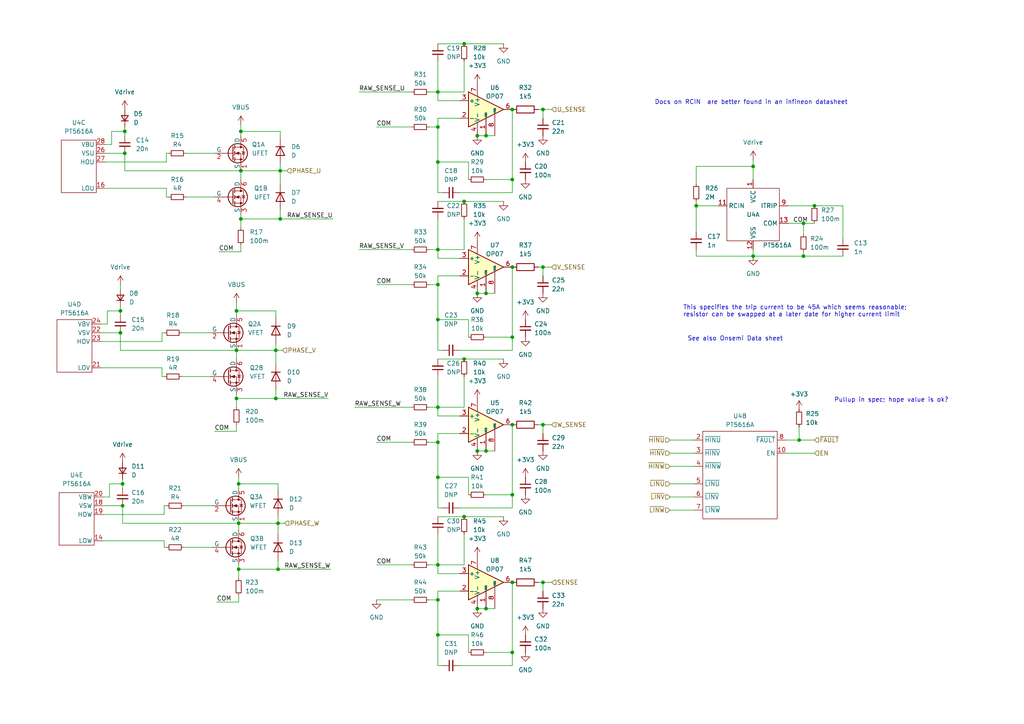
<source format=kicad_sch>
(kicad_sch (version 20230121) (generator eeschema)
  (paper "A4")
  (lib_symbols
    (symbol "Amplifier_Operational:OP07" (pin_names (offset 0.127))
      (property "Reference" "U" (at 1.27 6.35 0))
      (property "Value" "OP07" (at 1.27 3.81 0))
      (symbol "OP07_0_1"
        (polyline (pts (xy -5.08 5.08) (xy 5.08 0) (xy -5.08 -5.08) (xy -5.08 5.08)) (stroke (width 0.254)) (fill (type background)))
      )
      (symbol "OP07_1_1"
        (pin input line (at 0 -7.62 90) (length 5.08) (name "VOS") (number "1"))
        (pin input line (at -7.62 -2.54 0) (length 2.54) (name "-") (number "2"))
        (pin input line (at -7.62 2.54 0) (length 2.54) (name "+") (number "3"))
        (pin power_in line (at -2.54 -7.62 90) (length 3.81) (name "V-") (number "4"))
        (pin no_connect line (at 0 2.54 270) (length 2.54) hide (name "NC") (number "5"))
        (pin output line (at 7.62 0 180) (length 2.54) (name "~") (number "6"))
        (pin power_in line (at -2.54 7.62 270) (length 3.81) (name "V+") (number "7"))
        (pin input line (at 2.54 -7.62 90) (length 6.35) (name "VOS") (number "8"))
      )
    )
    (symbol "Device:C_Small" (pin_numbers hide) (pin_names (offset 0.254) hide)
      (property "Reference" "C" (at 0.254 1.778 0))
      (property "Value" "C_Small" (at 0.254 -2.032 0))
      (symbol "C_Small_0_1"
        (polyline (pts (xy -1.524 -0.508) (xy 1.524 -0.508)) (stroke (width 0.3302)))
        (polyline (pts (xy -1.524 0.508) (xy 1.524 0.508)) (stroke (width 0.3048)))
      )
      (symbol "C_Small_1_1"
        (pin passive line (at 0 2.54 270) (length 2.032) (name "~") (number "1"))
        (pin passive line (at 0 -2.54 90) (length 2.032) (name "~") (number "2"))
      )
    )
    (symbol "Device:D" (pin_numbers hide) (pin_names (offset 1.016) hide)
      (property "Reference" "D" (at 0 2.54 0))
      (property "Value" "D" (at 0 -2.54 0))
      (symbol "D_0_1"
        (polyline (pts (xy -1.27 1.27) (xy -1.27 -1.27)) (stroke (width 0.254)))
        (polyline (pts (xy 1.27 0) (xy -1.27 0)))
        (polyline (pts (xy 1.27 1.27) (xy 1.27 -1.27) (xy -1.27 0) (xy 1.27 1.27)) (stroke (width 0.254)))
      )
      (symbol "D_1_1"
        (pin passive line (at -3.81 0 0) (length 2.54) (name "K") (number "1"))
        (pin passive line (at 3.81 0 180) (length 2.54) (name "A") (number "2"))
      )
    )
    (symbol "Device:D_Small" (pin_numbers hide) (pin_names (offset 0.254) hide)
      (property "Reference" "D" (at -1.27 2.032 0))
      (property "Value" "D_Small" (at -3.81 -2.032 0))
      (symbol "D_Small_0_1"
        (polyline (pts (xy -0.762 -1.016) (xy -0.762 1.016)) (stroke (width 0.254)))
        (polyline (pts (xy -0.762 0) (xy 0.762 0)))
        (polyline (pts (xy 0.762 -1.016) (xy -0.762 0) (xy 0.762 1.016) (xy 0.762 -1.016)) (stroke (width 0.254)))
      )
      (symbol "D_Small_1_1"
        (pin passive line (at -2.54 0 0) (length 1.778) (name "K") (number "1"))
        (pin passive line (at 2.54 0 180) (length 1.778) (name "A") (number "2"))
      )
    )
    (symbol "Device:R" (pin_numbers hide) (pin_names (offset 0))
      (property "Reference" "R" (at 2.032 0 90))
      (property "Value" "R" (at 0 0 90))
      (symbol "R_0_1"
        (rectangle (start -1.016 -2.54) (end 1.016 2.54) (stroke (width 0.254)))
      )
      (symbol "R_1_1"
        (pin passive line (at 0 3.81 270) (length 1.27) (name "~") (number "1"))
        (pin passive line (at 0 -3.81 90) (length 1.27) (name "~") (number "2"))
      )
    )
    (symbol "Device:R_Small" (pin_numbers hide) (pin_names (offset 0.254) hide)
      (property "Reference" "R" (at 0.762 0.508 0))
      (property "Value" "R_Small" (at 0.762 -1.016 0))
      (symbol "R_Small_0_1"
        (rectangle (start -0.762 1.778) (end 0.762 -1.778) (stroke (width 0.2032)))
      )
      (symbol "R_Small_1_1"
        (pin passive line (at 0 2.54 270) (length 0.762) (name "~") (number "1"))
        (pin passive line (at 0 -2.54 90) (length 0.762) (name "~") (number "2"))
      )
    )
    (symbol "Missing_Symbols:HYG090ND06LS1C2" (pin_names (offset 0))
      (property "Reference" "Q" (at 3.81 1.27 0))
      (property "Value" "HYG090ND06LS1C2" (at 11.43 -1.27 0))
      (symbol "HYG090ND06LS1C2_0_1"
        (circle (center -0.889 0) (radius 2.794) (stroke (width 0.254)))
        (circle (center 0 -1.778) (radius 0.254) (fill (type outline)))
        (polyline (pts (xy -2.286 0) (xy -5.08 0)))
        (polyline (pts (xy -2.286 1.905) (xy -2.286 -1.905)) (stroke (width 0.254)))
        (polyline (pts (xy -1.778 -1.27) (xy -1.778 -2.286)) (stroke (width 0.254)))
        (polyline (pts (xy -1.778 0.508) (xy -1.778 -0.508)) (stroke (width 0.254)))
        (polyline (pts (xy -1.778 2.286) (xy -1.778 1.27)) (stroke (width 0.254)))
        (polyline (pts (xy 0 2.54) (xy 0 1.778)))
        (polyline (pts (xy 0 -2.54) (xy 0 0) (xy -1.778 0)))
        (polyline (pts (xy -1.778 -1.778) (xy 0.762 -1.778) (xy 0.762 1.778) (xy -1.778 1.778)))
        (polyline (pts (xy -1.524 0) (xy -0.508 0.381) (xy -0.508 -0.381) (xy -1.524 0)) (fill (type outline)))
        (polyline (pts (xy 0.254 0.508) (xy 0.381 0.381) (xy 1.143 0.381) (xy 1.27 0.254)))
        (polyline (pts (xy 0.762 0.381) (xy 0.381 -0.254) (xy 1.143 -0.254) (xy 0.762 0.381)))
        (circle (center 0 1.778) (radius 0.254) (fill (type outline)))
      )
      (symbol "HYG090ND06LS1C2_1_1"
        (pin passive line (at 0 -5.08 90) (length 2.54) (name "S") (number "1"))
        (pin input line (at -7.62 0 0) (length 2.54) (name "G") (number "2"))
        (pin passive line (at 0 5.08 270) (length 2.54) (name "D") (number "5"))
      )
      (symbol "HYG090ND06LS1C2_2_1"
        (pin passive line (at 0 -5.08 90) (length 2.54) (name "S") (number "3"))
        (pin input line (at -7.62 0 0) (length 2.54) (name "G") (number "4"))
        (pin passive line (at 0 5.08 270) (length 2.54) (name "D") (number "6"))
      )
    )
    (symbol "Missing_Symbols:PT5616A"
      (property "Reference" "U" (at 0 0 0))
      (property "Value" "PT5616A" (at 6.35 -8.89 0))
      (symbol "PT5616A_1_1"
        (rectangle (start -7.62 7.62) (end 7.62 -7.62))
        (pin input line (at 0 10.16 270) (length 2.54) (name "VCC") (number "1"))
        (pin input line (at -10.16 2.54 0) (length 2.54) (name "RCIN") (number "11"))
        (pin input line (at 0 -10.16 90) (length 2.54) (name "VSS") (number "12"))
        (pin input line (at 10.16 0 180) (length 2.54) (name "COM") (number "13"))
        (pin input line (at -10.16 -3.81 0) (length 2.54) (name "ITRIP") (number "9"))
      )
      (symbol "PT5616A_2_1"
        (rectangle (start -10.16 12.7) (end 11.43 -12.7))
        (pin input line (at 13.97 6.35 180) (length 2.54) (name "EN") (number "10"))
        (pin input line (at -12.7 10.16 0) (length 2.54) (name "~{HINU}") (number "2"))
        (pin input line (at -12.7 6.35 0) (length 2.54) (name "~{HINV}") (number "3"))
        (pin input line (at -12.7 2.54 0) (length 2.54) (name "~{HINW}") (number "4"))
        (pin input line (at -12.7 -2.54 0) (length 2.54) (name "~{LINU}") (number "5"))
        (pin input line (at -12.7 -6.35 0) (length 2.54) (name "~{LINV}") (number "6"))
        (pin input line (at -12.7 -10.16 0) (length 2.54) (name "~{LINW}") (number "7"))
        (pin input line (at 13.97 10.16 180) (length 2.54) (name "~{FAULT}") (number "8"))
      )
      (symbol "PT5616A_3_1"
        (rectangle (start -2.54 7.62) (end 7.62 -7.62))
        (pin input line (at 10.16 -6.35 180) (length 2.54) (name "LOU") (number "16"))
        (pin input line (at 10.16 3.81 180) (length 2.54) (name "VSU") (number "26"))
        (pin input line (at 10.16 1.27 180) (length 2.54) (name "HOU") (number "27"))
        (pin input line (at 10.16 6.35 180) (length 2.54) (name "VBU") (number "28"))
      )
      (symbol "PT5616A_4_1"
        (rectangle (start -2.54 7.62) (end 7.62 -7.62))
        (pin input line (at 10.16 -6.35 180) (length 2.54) (name "LOV") (number "21"))
        (pin input line (at 10.16 3.81 180) (length 2.54) (name "VSV") (number "22"))
        (pin input line (at 10.16 1.27 180) (length 2.54) (name "HOV") (number "23"))
        (pin input line (at 10.16 6.35 180) (length 2.54) (name "VBV") (number "24"))
      )
      (symbol "PT5616A_5_1"
        (rectangle (start -2.54 7.62) (end 7.62 -7.62))
        (pin input line (at 10.16 -6.35 180) (length 2.54) (name "LOW") (number "14"))
        (pin input line (at 10.16 3.81 180) (length 2.54) (name "VSW") (number "18"))
        (pin input line (at 10.16 1.27 180) (length 2.54) (name "HOW") (number "19"))
        (pin input line (at 10.16 6.35 180) (length 2.54) (name "VBW") (number "20"))
      )
    )
    (symbol "PT5616A_1"
      (property "Reference" "U" (at 0 0 0))
      (property "Value" "PT5616A" (at 6.35 -8.89 0))
      (symbol "PT5616A_1_1_1"
        (rectangle (start -7.62 7.62) (end 7.62 -7.62))
        (pin input line (at 0 10.16 270) (length 2.54) (name "VCC") (number "1"))
        (pin input line (at -10.16 2.54 0) (length 2.54) (name "RCIN") (number "11"))
        (pin input line (at 0 -10.16 90) (length 2.54) (name "VSS") (number "12"))
        (pin input line (at 10.16 -2.54 180) (length 2.54) (name "COM") (number "13"))
        (pin input line (at 10.16 2.54 180) (length 2.54) (name "ITRIP") (number "9"))
      )
      (symbol "PT5616A_1_2_1"
        (rectangle (start -10.16 12.7) (end 11.43 -12.7))
        (pin input line (at 13.97 6.35 180) (length 2.54) (name "EN") (number "10"))
        (pin input line (at -12.7 10.16 0) (length 2.54) (name "~{HINU}") (number "2"))
        (pin input line (at -12.7 6.35 0) (length 2.54) (name "~{HINV}") (number "3"))
        (pin input line (at -12.7 2.54 0) (length 2.54) (name "~{HINW}") (number "4"))
        (pin input line (at -12.7 -2.54 0) (length 2.54) (name "~{LINU}") (number "5"))
        (pin input line (at -12.7 -6.35 0) (length 2.54) (name "~{LINV}") (number "6"))
        (pin input line (at -12.7 -10.16 0) (length 2.54) (name "~{LINW}") (number "7"))
        (pin input line (at 13.97 10.16 180) (length 2.54) (name "~{FAULT}") (number "8"))
      )
      (symbol "PT5616A_1_3_1"
        (rectangle (start -2.54 7.62) (end 7.62 -7.62))
        (pin input line (at 10.16 -6.35 180) (length 2.54) (name "LOU") (number "16"))
        (pin input line (at 10.16 3.81 180) (length 2.54) (name "VSU") (number "26"))
        (pin input line (at 10.16 1.27 180) (length 2.54) (name "HOU") (number "27"))
        (pin input line (at 10.16 6.35 180) (length 2.54) (name "VBU") (number "28"))
      )
      (symbol "PT5616A_1_4_1"
        (rectangle (start -2.54 7.62) (end 7.62 -7.62))
        (pin input line (at 10.16 -6.35 180) (length 2.54) (name "LOV") (number "21"))
        (pin input line (at 10.16 3.81 180) (length 2.54) (name "VSV") (number "22"))
        (pin input line (at 10.16 1.27 180) (length 2.54) (name "HOV") (number "23"))
        (pin input line (at 10.16 6.35 180) (length 2.54) (name "VBV") (number "24"))
      )
      (symbol "PT5616A_1_5_1"
        (rectangle (start -2.54 7.62) (end 7.62 -7.62))
        (pin input line (at 10.16 -6.35 180) (length 2.54) (name "LOW") (number "14"))
        (pin input line (at 10.16 3.81 180) (length 2.54) (name "VSW") (number "18"))
        (pin input line (at 10.16 1.27 180) (length 2.54) (name "HOW") (number "19"))
        (pin input line (at 10.16 6.35 180) (length 2.54) (name "VBW") (number "20"))
      )
    )
    (symbol "power:+3V3" (power) (pin_names (offset 0))
      (property "Value" "+3V3" (at 0 3.556 0))
      (symbol "+3V3_0_1"
        (polyline (pts (xy -0.762 1.27) (xy 0 2.54)))
        (polyline (pts (xy 0 0) (xy 0 2.54)))
        (polyline (pts (xy 0 2.54) (xy 0.762 1.27)))
      )
      (symbol "+3V3_1_1"
        (pin power_in line (at 0 0 90) (length 0) hide (name "+3V3") (number "1"))
      )
    )
    (symbol "power:GND" (power) (pin_names (offset 0))
      (property "Value" "GND" (at 0 -3.81 0))
      (symbol "GND_0_1"
        (polyline (pts (xy 0 0) (xy 0 -1.27) (xy 1.27 -1.27) (xy 0 -2.54) (xy -1.27 -1.27) (xy 0 -1.27)))
      )
      (symbol "GND_1_1"
        (pin power_in line (at 0 0 270) (length 0) hide (name "GND") (number "1"))
      )
    )
    (symbol "power:VBUS" (power) (pin_names (offset 0))
      (property "Value" "VBUS" (at 0 3.81 0))
      (symbol "VBUS_0_1"
        (polyline (pts (xy -0.762 1.27) (xy 0 2.54)))
        (polyline (pts (xy 0 0) (xy 0 2.54)))
        (polyline (pts (xy 0 2.54) (xy 0.762 1.27)))
      )
      (symbol "VBUS_1_1"
        (pin power_in line (at 0 0 90) (length 0) hide (name "VBUS") (number "1"))
      )
    )
    (symbol "power:Vdrive" (power) (pin_names (offset 0))
      (property "Value" "Vdrive" (at 0 3.81 0))
      (symbol "Vdrive_0_1"
        (polyline (pts (xy -0.762 1.27) (xy 0 2.54)))
        (polyline (pts (xy 0 0) (xy 0 2.54)))
        (polyline (pts (xy 0 2.54) (xy 0.762 1.27)))
      )
      (symbol "Vdrive_1_1"
        (pin power_in line (at 0 0 90) (length 0) hide (name "Vdrive") (number "1"))
      )
    )
  )
  (junction (at 134.62 58.42))
  (junction (at 140.97 39.37))
  (junction (at 127 118.11))
  (junction (at 127 173.99))
  (junction (at 148.59 143.51))
  (junction (at 218.44 74.295))
  (junction (at 134.62 104.14))
  (junction (at 35.56 146.685))
  (junction (at 69.215 140.335))
  (junction (at 68.58 90.17))
  (junction (at 138.43 39.37))
  (junction (at 69.85 49.53))
  (junction (at 148.59 52.07))
  (junction (at 218.44 48.26))
  (junction (at 127 26.67))
  (junction (at 138.43 176.53))
  (junction (at 157.48 31.75))
  (junction (at 68.58 115.57))
  (junction (at 148.59 31.75))
  (junction (at 34.925 96.52))
  (junction (at 138.43 85.09))
  (junction (at 127 36.83))
  (junction (at 81.28 63.5))
  (junction (at 34.925 90.17))
  (junction (at 36.195 38.1))
  (junction (at 81.28 49.53))
  (junction (at 140.97 176.53))
  (junction (at 127 82.55))
  (junction (at 233.045 64.77))
  (junction (at 236.22 59.69))
  (junction (at 127 72.39))
  (junction (at 127 128.27))
  (junction (at 80.01 101.6))
  (junction (at 157.48 168.91))
  (junction (at 148.59 168.91))
  (junction (at 69.215 151.765))
  (junction (at 36.195 44.45))
  (junction (at 80.645 165.1))
  (junction (at 69.215 165.1))
  (junction (at 157.48 123.19))
  (junction (at 127 184.15))
  (junction (at 80.01 115.57))
  (junction (at 69.85 63.5))
  (junction (at 138.43 130.81))
  (junction (at 201.93 59.69))
  (junction (at 127 163.83))
  (junction (at 148.59 77.47))
  (junction (at 157.48 77.47))
  (junction (at 148.59 97.79))
  (junction (at 68.58 101.6))
  (junction (at 127 138.43))
  (junction (at 80.645 151.765))
  (junction (at 127 92.71))
  (junction (at 140.97 85.09))
  (junction (at 231.775 127.635))
  (junction (at 35.56 140.335))
  (junction (at 140.97 130.81))
  (junction (at 127 46.99))
  (junction (at 148.59 189.23))
  (junction (at 233.045 74.295))
  (junction (at 134.62 12.7))
  (junction (at 69.85 38.1))
  (junction (at 148.59 123.19))
  (junction (at 134.62 149.86))
  (wire (pts (xy 47.625 149.225) (xy 29.845 149.225)))
  (wire (pts (xy 233.045 74.295) (xy 218.44 74.295)))
  (wire (pts (xy 68.58 125.095) (xy 68.58 123.19)))
  (wire (pts (xy 127 154.94) (xy 127 163.83)))
  (wire (pts (xy 127 82.55) (xy 127 80.01)))
  (wire (pts (xy 127 63.5) (xy 127 72.39)))
  (wire (pts (xy 69.215 163.83) (xy 69.215 165.1)))
  (wire (pts (xy 127 29.21) (xy 133.35 29.21)))
  (wire (pts (xy 31.75 140.335) (xy 35.56 140.335)))
  (wire (pts (xy 244.475 74.295) (xy 233.045 74.295)))
  (wire (pts (xy 69.85 38.1) (xy 69.85 39.37)))
  (wire (pts (xy 68.58 101.6) (xy 80.01 101.6)))
  (wire (pts (xy 194.31 131.445) (xy 201.295 131.445)))
  (wire (pts (xy 194.31 127.635) (xy 201.295 127.635)))
  (wire (pts (xy 80.01 90.17) (xy 68.58 90.17)))
  (wire (pts (xy 140.97 85.09) (xy 143.51 85.09)))
  (wire (pts (xy 46.99 99.06) (xy 29.21 99.06)))
  (wire (pts (xy 68.58 90.17) (xy 68.58 91.44)))
  (wire (pts (xy 127 128.27) (xy 127 125.73)))
  (wire (pts (xy 109.22 163.83) (xy 119.38 163.83)))
  (wire (pts (xy 135.89 189.23) (xy 135.89 184.15)))
  (wire (pts (xy 218.44 74.295) (xy 218.44 72.39)))
  (wire (pts (xy 80.645 140.335) (xy 69.215 140.335)))
  (wire (pts (xy 148.59 189.23) (xy 148.59 193.04)))
  (wire (pts (xy 127 26.67) (xy 134.62 26.67)))
  (wire (pts (xy 68.58 101.6) (xy 34.925 101.6)))
  (wire (pts (xy 48.26 54.61) (xy 30.48 54.61)))
  (wire (pts (xy 135.89 52.07) (xy 135.89 46.99)))
  (wire (pts (xy 69.85 63.5) (xy 81.28 63.5)))
  (wire (pts (xy 148.59 52.07) (xy 148.59 55.88)))
  (wire (pts (xy 69.215 138.43) (xy 69.215 140.335)))
  (wire (pts (xy 148.59 97.79) (xy 148.59 101.6)))
  (wire (pts (xy 201.93 72.39) (xy 201.93 74.295)))
  (wire (pts (xy 138.43 39.37) (xy 140.97 39.37)))
  (wire (pts (xy 140.97 39.37) (xy 143.51 39.37)))
  (wire (pts (xy 81.28 63.5) (xy 81.28 60.96)))
  (wire (pts (xy 47.625 146.685) (xy 47.625 149.225)))
  (wire (pts (xy 124.46 72.39) (xy 127 72.39)))
  (wire (pts (xy 127 149.86) (xy 134.62 149.86)))
  (wire (pts (xy 127 184.15) (xy 127 193.04)))
  (wire (pts (xy 194.31 144.145) (xy 201.295 144.145)))
  (wire (pts (xy 194.31 135.255) (xy 201.295 135.255)))
  (wire (pts (xy 127 36.83) (xy 127 46.99)))
  (wire (pts (xy 127 125.73) (xy 133.35 125.73)))
  (wire (pts (xy 47.625 158.75) (xy 48.26 158.75)))
  (wire (pts (xy 138.43 176.53) (xy 140.97 176.53)))
  (wire (pts (xy 157.48 123.19) (xy 157.48 125.73)))
  (wire (pts (xy 134.62 109.22) (xy 134.62 118.11)))
  (wire (pts (xy 34.925 88.9) (xy 34.925 90.17)))
  (wire (pts (xy 127 120.65) (xy 133.35 120.65)))
  (wire (pts (xy 68.58 87.63) (xy 68.58 90.17)))
  (wire (pts (xy 156.21 123.19) (xy 157.48 123.19)))
  (wire (pts (xy 102.87 118.11) (xy 119.38 118.11)))
  (wire (pts (xy 109.22 128.27) (xy 119.38 128.27)))
  (wire (pts (xy 135.89 138.43) (xy 127 138.43)))
  (wire (pts (xy 48.26 46.99) (xy 30.48 46.99)))
  (wire (pts (xy 80.645 151.765) (xy 82.55 151.765)))
  (wire (pts (xy 157.48 31.75) (xy 160.02 31.75)))
  (wire (pts (xy 29.21 96.52) (xy 34.925 96.52)))
  (wire (pts (xy 104.14 72.39) (xy 119.38 72.39)))
  (wire (pts (xy 35.56 151.765) (xy 35.56 146.685)))
  (wire (pts (xy 157.48 168.91) (xy 160.02 168.91)))
  (wire (pts (xy 69.85 36.195) (xy 69.85 38.1)))
  (wire (pts (xy 29.845 144.145) (xy 31.75 144.145)))
  (wire (pts (xy 231.775 127.635) (xy 236.22 127.635)))
  (wire (pts (xy 46.99 109.22) (xy 46.99 106.68)))
  (wire (pts (xy 35.56 140.335) (xy 35.56 141.605)))
  (wire (pts (xy 69.85 62.23) (xy 69.85 63.5)))
  (wire (pts (xy 135.89 46.99) (xy 127 46.99)))
  (wire (pts (xy 218.44 46.355) (xy 218.44 48.26)))
  (wire (pts (xy 194.31 147.955) (xy 201.295 147.955)))
  (wire (pts (xy 140.97 176.53) (xy 143.51 176.53)))
  (wire (pts (xy 127 109.22) (xy 127 118.11)))
  (wire (pts (xy 124.46 26.67) (xy 127 26.67)))
  (wire (pts (xy 133.35 55.88) (xy 148.59 55.88)))
  (wire (pts (xy 30.48 41.91) (xy 32.385 41.91)))
  (wire (pts (xy 127 36.83) (xy 127 34.29)))
  (wire (pts (xy 34.925 82.55) (xy 34.925 83.82)))
  (wire (pts (xy 68.58 115.57) (xy 68.58 118.11)))
  (wire (pts (xy 127 193.04) (xy 128.27 193.04)))
  (wire (pts (xy 127 173.99) (xy 127 184.15)))
  (wire (pts (xy 63.5 73.025) (xy 69.85 73.025)))
  (wire (pts (xy 227.965 127.635) (xy 231.775 127.635)))
  (wire (pts (xy 69.215 151.765) (xy 35.56 151.765)))
  (wire (pts (xy 127 147.32) (xy 128.27 147.32)))
  (wire (pts (xy 46.99 96.52) (xy 46.99 99.06)))
  (wire (pts (xy 124.46 173.99) (xy 127 173.99)))
  (wire (pts (xy 133.35 193.04) (xy 148.59 193.04)))
  (wire (pts (xy 127 72.39) (xy 134.62 72.39)))
  (wire (pts (xy 127 12.7) (xy 134.62 12.7)))
  (wire (pts (xy 80.645 151.765) (xy 80.645 149.86)))
  (wire (pts (xy 140.97 189.23) (xy 148.59 189.23)))
  (wire (pts (xy 47.625 156.845) (xy 29.845 156.845)))
  (wire (pts (xy 127 55.88) (xy 128.27 55.88)))
  (wire (pts (xy 34.925 90.17) (xy 34.925 91.44)))
  (wire (pts (xy 127 82.55) (xy 127 92.71)))
  (wire (pts (xy 81.28 38.1) (xy 69.85 38.1)))
  (wire (pts (xy 138.43 130.81) (xy 140.97 130.81)))
  (wire (pts (xy 140.97 143.51) (xy 148.59 143.51)))
  (wire (pts (xy 138.43 85.09) (xy 140.97 85.09)))
  (wire (pts (xy 80.01 101.6) (xy 81.915 101.6)))
  (wire (pts (xy 135.89 143.51) (xy 135.89 138.43)))
  (wire (pts (xy 62.865 174.625) (xy 69.215 174.625)))
  (wire (pts (xy 157.48 123.19) (xy 160.02 123.19)))
  (wire (pts (xy 46.99 106.68) (xy 29.21 106.68)))
  (wire (pts (xy 201.93 59.69) (xy 201.93 67.31)))
  (wire (pts (xy 69.85 49.53) (xy 36.195 49.53)))
  (wire (pts (xy 53.975 44.45) (xy 62.23 44.45)))
  (wire (pts (xy 69.215 165.1) (xy 69.215 167.64)))
  (wire (pts (xy 124.46 36.83) (xy 127 36.83)))
  (wire (pts (xy 69.85 52.07) (xy 69.85 49.53)))
  (wire (pts (xy 127 34.29) (xy 133.35 34.29)))
  (wire (pts (xy 81.28 40.005) (xy 81.28 38.1)))
  (wire (pts (xy 31.75 144.145) (xy 31.75 140.335)))
  (wire (pts (xy 148.59 77.47) (xy 148.59 97.79)))
  (wire (pts (xy 29.21 93.98) (xy 31.115 93.98)))
  (wire (pts (xy 109.22 36.83) (xy 119.38 36.83)))
  (wire (pts (xy 68.58 114.3) (xy 68.58 115.57)))
  (wire (pts (xy 127 17.78) (xy 127 26.67)))
  (wire (pts (xy 228.6 64.77) (xy 233.045 64.77)))
  (wire (pts (xy 52.705 109.22) (xy 60.96 109.22)))
  (wire (pts (xy 140.97 130.81) (xy 143.51 130.81)))
  (wire (pts (xy 244.475 59.69) (xy 244.475 69.215)))
  (wire (pts (xy 228.6 59.69) (xy 236.22 59.69)))
  (wire (pts (xy 157.48 31.75) (xy 157.48 34.29)))
  (wire (pts (xy 148.59 168.91) (xy 148.59 189.23)))
  (wire (pts (xy 157.48 168.91) (xy 157.48 171.45)))
  (wire (pts (xy 127 58.42) (xy 134.62 58.42)))
  (wire (pts (xy 127 26.67) (xy 127 29.21)))
  (wire (pts (xy 134.62 154.94) (xy 134.62 163.83)))
  (wire (pts (xy 127 74.93) (xy 133.35 74.93)))
  (wire (pts (xy 81.28 49.53) (xy 81.28 47.625)))
  (wire (pts (xy 134.62 58.42) (xy 146.05 58.42)))
  (wire (pts (xy 35.56 139.065) (xy 35.56 140.335)))
  (wire (pts (xy 52.705 96.52) (xy 60.96 96.52)))
  (wire (pts (xy 69.215 151.765) (xy 80.645 151.765)))
  (wire (pts (xy 104.14 26.67) (xy 119.38 26.67)))
  (wire (pts (xy 233.045 64.77) (xy 233.045 67.945)))
  (wire (pts (xy 134.62 104.14) (xy 146.05 104.14)))
  (wire (pts (xy 80.645 142.24) (xy 80.645 140.335)))
  (wire (pts (xy 69.215 153.67) (xy 69.215 151.765)))
  (wire (pts (xy 81.28 63.5) (xy 96.52 63.5)))
  (wire (pts (xy 46.99 109.22) (xy 47.625 109.22)))
  (wire (pts (xy 81.28 49.53) (xy 83.185 49.53)))
  (wire (pts (xy 156.21 77.47) (xy 157.48 77.47)))
  (wire (pts (xy 36.195 38.1) (xy 36.195 39.37)))
  (wire (pts (xy 80.01 101.6) (xy 80.01 99.695)))
  (wire (pts (xy 36.195 36.83) (xy 36.195 38.1)))
  (wire (pts (xy 201.93 48.26) (xy 218.44 48.26)))
  (wire (pts (xy 236.22 59.69) (xy 244.475 59.69)))
  (wire (pts (xy 156.21 31.75) (xy 157.48 31.75)))
  (wire (pts (xy 34.925 101.6) (xy 34.925 96.52)))
  (wire (pts (xy 47.625 146.685) (xy 48.26 146.685)))
  (wire (pts (xy 124.46 118.11) (xy 127 118.11)))
  (wire (pts (xy 36.195 49.53) (xy 36.195 44.45)))
  (wire (pts (xy 80.645 151.765) (xy 80.645 154.94)))
  (wire (pts (xy 62.23 125.095) (xy 68.58 125.095)))
  (wire (pts (xy 227.965 131.445) (xy 236.22 131.445)))
  (wire (pts (xy 201.93 74.295) (xy 218.44 74.295)))
  (wire (pts (xy 133.35 101.6) (xy 148.59 101.6)))
  (wire (pts (xy 127 101.6) (xy 128.27 101.6)))
  (wire (pts (xy 48.26 57.15) (xy 48.895 57.15)))
  (wire (pts (xy 31.115 93.98) (xy 31.115 90.17)))
  (wire (pts (xy 134.62 149.86) (xy 146.05 149.86)))
  (wire (pts (xy 109.22 82.55) (xy 119.38 82.55)))
  (wire (pts (xy 127 138.43) (xy 127 147.32)))
  (wire (pts (xy 157.48 77.47) (xy 160.02 77.47)))
  (wire (pts (xy 127 166.37) (xy 133.35 166.37)))
  (wire (pts (xy 53.34 146.685) (xy 61.595 146.685)))
  (wire (pts (xy 68.58 115.57) (xy 80.01 115.57)))
  (wire (pts (xy 127 46.99) (xy 127 55.88)))
  (wire (pts (xy 69.215 140.335) (xy 69.215 141.605)))
  (wire (pts (xy 48.26 44.45) (xy 48.26 46.99)))
  (wire (pts (xy 127 118.11) (xy 127 120.65)))
  (wire (pts (xy 127 173.99) (xy 127 171.45)))
  (wire (pts (xy 81.28 49.53) (xy 81.28 53.34)))
  (wire (pts (xy 127 72.39) (xy 127 74.93)))
  (wire (pts (xy 194.31 140.335) (xy 201.295 140.335)))
  (wire (pts (xy 218.44 48.26) (xy 218.44 52.07)))
  (wire (pts (xy 148.59 31.75) (xy 148.59 52.07)))
  (wire (pts (xy 46.99 96.52) (xy 47.625 96.52)))
  (wire (pts (xy 157.48 77.47) (xy 157.48 80.01)))
  (wire (pts (xy 80.01 101.6) (xy 80.01 105.41)))
  (wire (pts (xy 69.85 63.5) (xy 69.85 66.04)))
  (wire (pts (xy 135.89 92.71) (xy 127 92.71)))
  (wire (pts (xy 127 80.01) (xy 133.35 80.01)))
  (wire (pts (xy 48.26 57.15) (xy 48.26 54.61)))
  (wire (pts (xy 127 92.71) (xy 127 101.6)))
  (wire (pts (xy 140.97 52.07) (xy 148.59 52.07)))
  (wire (pts (xy 208.28 59.69) (xy 201.93 59.69)))
  (wire (pts (xy 127 163.83) (xy 134.62 163.83)))
  (wire (pts (xy 127 128.27) (xy 127 138.43)))
  (wire (pts (xy 148.59 123.19) (xy 148.59 143.51)))
  (wire (pts (xy 201.93 58.42) (xy 201.93 59.69)))
  (wire (pts (xy 133.35 147.32) (xy 148.59 147.32)))
  (wire (pts (xy 68.58 104.14) (xy 68.58 101.6)))
  (wire (pts (xy 127 171.45) (xy 133.35 171.45)))
  (wire (pts (xy 32.385 38.1) (xy 36.195 38.1)))
  (wire (pts (xy 135.89 184.15) (xy 127 184.15)))
  (wire (pts (xy 32.385 41.91) (xy 32.385 38.1)))
  (wire (pts (xy 124.46 128.27) (xy 127 128.27)))
  (wire (pts (xy 127 163.83) (xy 127 166.37)))
  (wire (pts (xy 134.62 12.7) (xy 146.05 12.7)))
  (wire (pts (xy 47.625 158.75) (xy 47.625 156.845)))
  (wire (pts (xy 80.01 92.075) (xy 80.01 90.17)))
  (wire (pts (xy 48.26 44.45) (xy 48.895 44.45)))
  (wire (pts (xy 201.93 53.34) (xy 201.93 48.26)))
  (wire (pts (xy 231.775 123.825) (xy 231.775 127.635)))
  (wire (pts (xy 124.46 82.55) (xy 127 82.55)))
  (wire (pts (xy 127 118.11) (xy 134.62 118.11)))
  (wire (pts (xy 124.46 163.83) (xy 127 163.83)))
  (wire (pts (xy 140.97 97.79) (xy 148.59 97.79)))
  (wire (pts (xy 127 104.14) (xy 134.62 104.14)))
  (wire (pts (xy 156.21 168.91) (xy 157.48 168.91)))
  (wire (pts (xy 53.975 57.15) (xy 62.23 57.15)))
  (wire (pts (xy 53.34 158.75) (xy 61.595 158.75)))
  (wire (pts (xy 80.01 115.57) (xy 80.01 113.03)))
  (wire (pts (xy 31.115 90.17) (xy 34.925 90.17)))
  (wire (pts (xy 29.845 146.685) (xy 35.56 146.685)))
  (wire (pts (xy 233.045 73.025) (xy 233.045 74.295)))
  (wire (pts (xy 69.85 49.53) (xy 81.28 49.53)))
  (wire (pts (xy 80.645 165.1) (xy 80.645 162.56)))
  (wire (pts (xy 69.215 174.625) (xy 69.215 172.72)))
  (wire (pts (xy 134.62 17.78) (xy 134.62 26.67)))
  (wire (pts (xy 30.48 44.45) (xy 36.195 44.45)))
  (wire (pts (xy 80.645 165.1) (xy 95.885 165.1)))
  (wire (pts (xy 69.85 73.025) (xy 69.85 71.12)))
  (wire (pts (xy 69.215 165.1) (xy 80.645 165.1)))
  (wire (pts (xy 135.89 97.79) (xy 135.89 92.71)))
  (wire (pts (xy 134.62 63.5) (xy 134.62 72.39)))
  (wire (pts (xy 148.59 143.51) (xy 148.59 147.32)))
  (wire (pts (xy 109.22 173.99) (xy 119.38 173.99)))
  (wire (pts (xy 80.01 115.57) (xy 95.25 115.57)))
  (wire (pts (xy 233.045 64.77) (xy 236.22 64.77)))
  (text "This specifies the trip current to be 45A which seems reasonable; \nresistor can be swapped at a later date for higher current limit" (at 198.12 92.075 0) (effects (font (size 1.27 1.27)) (justify left bottom)))
  (text "Pullup in spec; hope value is ok?" (at 241.935 116.84 0) (effects (font (size 1.27 1.27)) (justify left bottom)))
  (text "See also Onsemi Data sheet" (at 199.39 99.06 0) (effects (font (size 1.27 1.27)) (justify left bottom)))
  (text "Docs on RCIN  are better found in an infineon datasheet" (at 189.865 30.48 0) (effects (font (size 1.27 1.27)) (justify left bottom)))
  (label "RAW_SENSE_V" (at 95.25 115.57 180))
  (label "COM" (at 109.22 128.27 0))
  (label "COM" (at 109.22 163.83 0))
  (label "COM" (at 63.5 73.025 0))
  (label "RAW_SENSE_W" (at 95.885 165.1 180))
  (label "COM" (at 109.22 36.83 0))
  (label "COM" (at 62.23 125.095 0))
  (label "RAW_SENSE_W" (at 102.87 118.11 0))
  (label "COM" (at 109.22 82.55 0))
  (label "RAW_SENSE_U" (at 96.52 63.5 180))
  (label "RAW_SENSE_U" (at 104.14 26.67 0))
  (label "COM" (at 62.865 174.625 0))
  (label "RAW_SENSE_V" (at 104.14 72.39 0))
  (label "COM" (at 234.315 64.77 180))
  (hierarchical_label "V_SENSE" (shape input) (at 160.02 77.47 0))
  (hierarchical_label "~{LINW}" (shape input) (at 194.31 147.955 180))
  (hierarchical_label "~{LINV}" (shape input) (at 194.31 144.145 180))
  (hierarchical_label "~{HINV}" (shape input) (at 194.31 131.445 180))
  (hierarchical_label "~{FAULT}" (shape input) (at 236.22 127.635 0))
  (hierarchical_label "W_SENSE" (shape input) (at 160.02 123.19 0))
  (hierarchical_label "~{LINU}" (shape input) (at 194.31 140.335 180))
  (hierarchical_label "PHASE_V" (shape input) (at 81.915 101.6 0))
  (hierarchical_label "~{HINW}" (shape input) (at 194.31 135.255 180))
  (hierarchical_label "~{HINU}" (shape input) (at 194.31 127.635 180))
  (hierarchical_label "EN" (shape input) (at 236.22 131.445 0))
  (hierarchical_label "PHASE_U" (shape input) (at 83.185 49.53 0))
  (hierarchical_label "SENSE" (shape input) (at 160.02 168.91 0))
  (hierarchical_label "PHASE_W" (shape input) (at 82.55 151.765 0))
  (hierarchical_label "U_SENSE" (shape input) (at 160.02 31.75 0))
  (symbol (lib_id "Device:R_Small") (at 138.43 97.79 90) (unit 1)
    (property "Reference" "R36" (at 138.43 92.71 90))
    (property "Value" "10k" (at 138.43 95.25 90))
  )
  (symbol (lib_id "Device:R") (at 152.4 31.75 90) (unit 1)
    (property "Reference" "R32" (at 152.4 25.4 90))
    (property "Value" "1k5" (at 152.4 27.94 90))
  )
  (symbol (lib_id "power:GND") (at 157.48 176.53 0) (unit 1)
    (property "Reference" "#PWR067" (effects hide))
    (property "Value" "GND" (at 157.48 181.61 0))
  )
  (symbol (lib_id "Missing_Symbols:HYG090ND06LS1C2") (at 68.58 96.52 0) (unit 1)
    (property "Reference" "Q2" (at 71.882 93.98 0) (effects (justify left)))
    (property "Value" "VFET" (at 71.882 96.52 0) (effects (justify left)))
    (property "Footprint" "Missing_Symbols:PDFN8L" (effects hide))
    (property "Datasheet" "https://datasheet.lcsc.com/lcsc/2204251600_HUAYI-HYG090ND06LS1C2_C2999758.pdf" (effects hide))
    (property "LCSC" "C2999758" (effects hide))
  )
  (symbol (lib_id "power:GND") (at 138.43 39.37 0) (unit 1)
    (property "Reference" "#PWR046" (effects hide))
    (property "Value" "GND" (at 138.43 44.45 0))
  )
  (symbol (lib_id "Missing_Symbols:PT5616A") (at 20.32 48.26 0) (unit 3)
    (property "Reference" "U4" (at 22.86 35.56 0))
    (property "Value" "PT5616A" (at 22.86 38.1 0))
    (property "Footprint" "Package_SO:SOIC-28W_7.5x17.9mm_P1.27mm" (effects hide))
    (property "Datasheet" "https://datasheet.lcsc.com/lcsc/2004032236_PTC-Princeton-Tech-PT5616A_C481909.pdf" (effects hide))
    (property "LCSC" "C481909" (effects hide))
  )
  (symbol (lib_id "Device:R_Small") (at 121.92 173.99 90) (unit 1)
    (property "Reference" "R44" (at 121.92 168.91 90))
    (property "Value" "50k" (at 121.92 171.45 90))
  )
  (symbol (lib_id "Missing_Symbols:PT5616A") (at 213.995 137.795 0) (unit 2)
    (property "Reference" "U4" (at 214.63 120.65 0))
    (property "Value" "PT5616A" (at 214.63 123.19 0))
    (property "Footprint" "Package_SO:SOIC-28W_7.5x17.9mm_P1.27mm" (effects hide))
    (property "Datasheet" "https://datasheet.lcsc.com/lcsc/2004032236_PTC-Princeton-Tech-PT5616A_C481909.pdf" (effects hide))
    (property "LCSC" "C481909" (effects hide))
  )
  (symbol (lib_id "Device:R_Small") (at 121.92 118.11 90) (unit 1)
    (property "Reference" "R38" (at 121.92 113.03 90))
    (property "Value" "50k" (at 121.92 115.57 90))
  )
  (symbol (lib_id "Device:R_Small") (at 51.435 44.45 270) (unit 1)
    (property "Reference" "R15" (at 51.435 39.37 90))
    (property "Value" "R4" (at 51.435 41.91 90))
  )
  (symbol (lib_id "Missing_Symbols:PT5616A") (at 19.685 150.495 0) (unit 5)
    (property "Reference" "U4" (at 22.225 137.795 0))
    (property "Value" "PT5616A" (at 22.225 140.335 0))
    (property "Footprint" "Package_SO:SOIC-28W_7.5x17.9mm_P1.27mm" (effects hide))
    (property "Datasheet" "https://datasheet.lcsc.com/lcsc/2004032236_PTC-Princeton-Tech-PT5616A_C481909.pdf" (effects hide))
    (property "LCSC" "C481909" (effects hide))
  )
  (symbol (lib_id "power:+3V3") (at 152.4 46.99 0) (unit 1)
    (property "Reference" "#PWR045" (effects hide))
    (property "Value" "+3V3" (at 152.4 41.91 0))
  )
  (symbol (lib_id "Missing_Symbols:HYG090ND06LS1C2") (at 69.85 57.15 0) (unit 2)
    (property "Reference" "Q1" (at 73.66 54.61 0) (effects (justify left)))
    (property "Value" "UFET" (at 73.66 57.15 0) (effects (justify left)))
    (property "Footprint" "Missing_Symbols:PDFN8L" (effects hide))
    (property "Datasheet" "https://datasheet.lcsc.com/lcsc/2204251600_HUAYI-HYG090ND06LS1C2_C2999758.pdf" (effects hide))
    (property "LCSC" "C2999758" (effects hide))
  )
  (symbol (lib_id "Device:D_Small") (at 36.195 34.29 90) (unit 1)
    (property "Reference" "D5" (at 38.735 33.02 90) (effects (justify right)))
    (property "Value" "D" (at 38.735 35.56 90) (effects (justify right)))
    (property "Sim.Device" "D" (effects hide))
    (property "Sim.Pins" "1=K 2=A" (effects hide))
  )
  (symbol (lib_id "Device:R_Small") (at 121.92 72.39 90) (unit 1)
    (property "Reference" "R33" (at 121.92 67.31 90))
    (property "Value" "50k" (at 121.92 69.85 90))
  )
  (symbol (lib_id "power:GND") (at 157.48 130.81 0) (unit 1)
    (property "Reference" "#PWR066" (effects hide))
    (property "Value" "GND" (at 157.48 135.89 0))
  )
  (symbol (lib_id "Missing_Symbols:PT5616A") (at 19.05 100.33 0) (unit 4)
    (property "Reference" "U4" (at 21.59 88.265 0))
    (property "Value" "PT5616A" (at 21.59 90.805 0))
    (property "Footprint" "Package_SO:SOIC-28W_7.5x17.9mm_P1.27mm" (effects hide))
    (property "Datasheet" "https://datasheet.lcsc.com/lcsc/2004032236_PTC-Princeton-Tech-PT5616A_C481909.pdf" (effects hide))
    (property "LCSC" "C481909" (effects hide))
  )
  (symbol (lib_id "power:VBUS") (at 68.58 87.63 0) (unit 1)
    (property "Reference" "#PWR039" (effects hide))
    (property "Value" "VBUS" (at 68.58 82.55 0))
  )
  (symbol (lib_id "power:+3V3") (at 138.43 115.57 0) (unit 1)
    (property "Reference" "#PWR053" (effects hide))
    (property "Value" "+3V3" (at 138.43 110.49 0))
  )
  (symbol (lib_id "Device:R_Small") (at 51.435 57.15 90) (unit 1)
    (property "Reference" "R16" (at 51.435 52.07 90))
    (property "Value" "4R" (at 51.435 54.61 90))
  )
  (symbol (lib_id "Device:R_Small") (at 134.62 152.4 180) (unit 1)
    (property "Reference" "R45" (at 137.16 151.13 0) (effects (justify right)))
    (property "Value" "10k" (at 137.16 153.67 0) (effects (justify right)))
  )
  (symbol (lib_id "Device:C_Small") (at 157.48 82.55 0) (unit 1)
    (property "Reference" "C25" (at 160.02 81.2863 0) (effects (justify left)))
    (property "Value" "22n" (at 160.02 83.8263 0) (effects (justify left)))
  )
  (symbol (lib_id "Device:R") (at 152.4 123.19 90) (unit 1)
    (property "Reference" "R42" (at 152.4 116.84 90))
    (property "Value" "1k5" (at 152.4 119.38 90))
  )
  (symbol (lib_id "Device:C_Small") (at 36.195 41.91 0) (unit 1)
    (property "Reference" "C14" (at 39.37 40.6463 0) (effects (justify left)))
    (property "Value" "20n" (at 39.37 43.1863 0) (effects (justify left)))
  )
  (symbol (lib_id "Device:C_Small") (at 34.925 93.98 0) (unit 1)
    (property "Reference" "C15" (at 38.1 92.7163 0) (effects (justify left)))
    (property "Value" "20n" (at 38.1 95.2563 0) (effects (justify left)))
  )
  (symbol (lib_id "Device:C_Small") (at 127 152.4 180) (unit 1)
    (property "Reference" "C30" (at 129.54 151.1236 0) (effects (justify right)))
    (property "Value" "DNP" (at 129.54 153.6636 0) (effects (justify right)))
  )
  (symbol (lib_id "Device:D_Small") (at 35.56 136.525 90) (unit 1)
    (property "Reference" "D11" (at 38.1 135.255 90) (effects (justify right)))
    (property "Value" "D" (at 38.1 137.795 90) (effects (justify right)))
    (property "Sim.Device" "D" (effects hide))
    (property "Sim.Pins" "1=K 2=A" (effects hide))
  )
  (symbol (lib_id "Device:R_Small") (at 69.215 170.18 0) (unit 1)
    (property "Reference" "R23" (at 71.12 168.91 0) (effects (justify left)))
    (property "Value" "100m" (at 71.12 171.45 0) (effects (justify left)))
  )
  (symbol (lib_id "Device:R_Small") (at 233.045 70.485 0) (unit 1)
    (property "Reference" "R24" (at 234.95 69.215 0) (effects (justify left)))
    (property "Value" "100m" (at 234.95 71.755 0) (effects (justify left)))
  )
  (symbol (lib_id "power:+3V3") (at 138.43 24.13 0) (unit 1)
    (property "Reference" "#PWR043" (effects hide))
    (property "Value" "+3V3" (at 138.43 19.05 0))
  )
  (symbol (lib_id "Amplifier_Operational:OP07") (at 140.97 123.19 0) (unit 1)
    (property "Reference" "U5" (at 143.51 116.84 0))
    (property "Value" "OP07" (at 143.51 119.38 0))
    (property "Datasheet" "https://www.analog.com/media/en/technical-documentation/data-sheets/OP07.pdf" (effects hide))
  )
  (symbol (lib_id "Amplifier_Operational:OP07") (at 140.97 77.47 0) (unit 1)
    (property "Reference" "U7" (at 143.51 71.12 0))
    (property "Value" "OP07" (at 143.51 73.66 0))
    (property "Datasheet" "https://www.analog.com/media/en/technical-documentation/data-sheets/OP07.pdf" (effects hide))
  )
  (symbol (lib_id "power:GND") (at 218.44 74.295 0) (unit 1)
    (property "Reference" "#PWR035" (effects hide))
    (property "Value" "GND" (at 218.44 79.375 0))
  )
  (symbol (lib_id "power:GND") (at 152.4 97.79 0) (unit 1)
    (property "Reference" "#PWR052" (effects hide))
    (property "Value" "GND" (at 152.4 102.87 0))
  )
  (symbol (lib_id "power:Vdrive") (at 36.195 31.75 0) (unit 1)
    (property "Reference" "#PWR036" (effects hide))
    (property "Value" "Vdrive" (at 36.195 26.67 0))
  )
  (symbol (lib_id "Missing_Symbols:HYG090ND06LS1C2") (at 69.215 158.75 0) (unit 2)
    (property "Reference" "Q3" (at 72.517 156.21 0) (effects (justify left)))
    (property "Value" "WFET" (at 72.517 158.75 0) (effects (justify left)))
    (property "Footprint" "Missing_Symbols:PDFN8L" (effects hide))
    (property "Datasheet" "https://datasheet.lcsc.com/lcsc/2204251600_HUAYI-HYG090ND06LS1C2_C2999758.pdf" (effects hide))
    (property "LCSC" "C2999758" (effects hide))
  )
  (symbol (lib_id "Device:C_Small") (at 152.4 186.69 0) (unit 1)
    (property "Reference" "C32" (at 154.94 185.4263 0) (effects (justify left)))
    (property "Value" "100n" (at 154.94 187.9663 0) (effects (justify left)))
  )
  (symbol (lib_id "Device:R_Small") (at 50.165 109.22 90) (unit 1)
    (property "Reference" "R19" (at 50.165 104.14 90))
    (property "Value" "4R" (at 50.165 106.68 90))
  )
  (symbol (lib_id "power:GND") (at 157.48 85.09 0) (unit 1)
    (property "Reference" "#PWR065" (effects hide))
    (property "Value" "GND" (at 157.48 90.17 0))
  )
  (symbol (lib_id "power:GND") (at 146.05 149.86 0) (unit 1)
    (property "Reference" "#PWR060" (effects hide))
    (property "Value" "GND" (at 146.05 154.94 0))
  )
  (symbol (lib_id "Device:R_Small") (at 121.92 128.27 90) (unit 1)
    (property "Reference" "R39" (at 121.92 123.19 90))
    (property "Value" "50k" (at 121.92 125.73 90))
  )
  (symbol (lib_id "Device:D") (at 80.645 146.05 270) (unit 1)
    (property "Reference" "D12" (at 83.82 144.78 90) (effects (justify left)))
    (property "Value" "D" (at 83.82 147.32 90) (effects (justify left)))
    (property "Sim.Device" "D" (effects hide))
    (property "Sim.Pins" "1=K 2=A" (effects hide))
  )
  (symbol (lib_id "Device:C_Small") (at 157.48 173.99 0) (unit 1)
    (property "Reference" "C33" (at 160.02 172.7263 0) (effects (justify left)))
    (property "Value" "22n" (at 160.02 175.2663 0) (effects (justify left)))
  )
  (symbol (lib_id "Device:D") (at 81.28 43.815 270) (unit 1)
    (property "Reference" "D6" (at 84.455 42.545 90) (effects (justify left)))
    (property "Value" "D" (at 84.455 45.085 90) (effects (justify left)))
    (property "Sim.Device" "D" (effects hide))
    (property "Sim.Pins" "1=K 2=A" (effects hide))
  )
  (symbol (lib_id "power:+3V3") (at 138.43 69.85 0) (unit 1)
    (property "Reference" "#PWR048" (effects hide))
    (property "Value" "+3V3" (at 138.43 64.77 0))
  )
  (symbol (lib_id "Device:D_Small") (at 34.925 86.36 90) (unit 1)
    (property "Reference" "D8" (at 37.465 85.09 90) (effects (justify right)))
    (property "Value" "D" (at 37.465 87.63 90) (effects (justify right)))
    (property "Sim.Device" "D" (effects hide))
    (property "Sim.Pins" "1=K 2=A" (effects hide))
  )
  (symbol (lib_id "Amplifier_Operational:OP07") (at 140.97 31.75 0) (unit 1)
    (property "Reference" "U6" (at 143.51 25.4 0))
    (property "Value" "OP07" (at 143.51 27.94 0))
    (property "Datasheet" "https://www.analog.com/media/en/technical-documentation/data-sheets/OP07.pdf" (effects hide))
  )
  (symbol (lib_id "Device:R_Small") (at 68.58 120.65 0) (unit 1)
    (property "Reference" "R20" (at 71.12 119.38 0) (effects (justify left)))
    (property "Value" "100m" (at 71.12 121.92 0) (effects (justify left)))
  )
  (symbol (lib_id "Device:D") (at 80.01 109.22 270) (unit 1)
    (property "Reference" "D10" (at 83.185 107.95 90) (effects (justify left)))
    (property "Value" "D" (at 83.185 110.49 90) (effects (justify left)))
    (property "Sim.Device" "D" (effects hide))
    (property "Sim.Pins" "1=K 2=A" (effects hide))
  )
  (symbol (lib_id "Amplifier_Operational:OP07") (at 140.97 168.91 0) (unit 1)
    (property "Reference" "U8" (at 143.51 162.56 0))
    (property "Value" "OP07" (at 143.51 165.1 0))
    (property "Datasheet" "https://www.analog.com/media/en/technical-documentation/data-sheets/OP07.pdf" (effects hide))
  )
  (symbol (lib_id "Device:C_Small") (at 130.81 193.04 90) (unit 1)
    (property "Reference" "C31" (at 130.8163 186.69 90))
    (property "Value" "DNP" (at 130.8163 189.23 90))
  )
  (symbol (lib_id "Device:C_Small") (at 130.81 55.88 90) (unit 1)
    (property "Reference" "C18" (at 130.8163 49.53 90))
    (property "Value" "DNP" (at 130.8163 52.07 90))
  )
  (symbol (lib_id "power:Vdrive") (at 35.56 133.985 0) (unit 1)
    (property "Reference" "#PWR040" (effects hide))
    (property "Value" "Vdrive" (at 35.56 128.905 0))
  )
  (symbol (lib_id "Device:R_Small") (at 134.62 60.96 180) (unit 1)
    (property "Reference" "R35" (at 137.16 59.69 0) (effects (justify right)))
    (property "Value" "10k" (at 137.16 62.23 0) (effects (justify right)))
  )
  (symbol (lib_id "Device:R") (at 152.4 168.91 90) (unit 1)
    (property "Reference" "R47" (at 152.4 162.56 90))
    (property "Value" "1k5" (at 152.4 165.1 90))
  )
  (symbol (lib_id "power:+3V3") (at 152.4 138.43 0) (unit 1)
    (property "Reference" "#PWR056" (effects hide))
    (property "Value" "+3V3" (at 152.4 133.35 0))
  )
  (symbol (lib_id "Device:R_Small") (at 69.85 68.58 0) (unit 1)
    (property "Reference" "R17" (at 72.39 67.31 0) (effects (justify left)))
    (property "Value" "100m" (at 72.39 69.85 0) (effects (justify left)))
  )
  (symbol (lib_id "Device:R_Small") (at 50.8 146.685 270) (unit 1)
    (property "Reference" "R21" (at 50.8 141.605 90))
    (property "Value" "R4" (at 50.8 144.145 90))
  )
  (symbol (lib_id "Device:C_Small") (at 130.81 147.32 90) (unit 1)
    (property "Reference" "C27" (at 130.8163 140.97 90))
    (property "Value" "DNP" (at 130.8163 143.51 90))
  )
  (symbol (lib_id "Device:R_Small") (at 138.43 52.07 90) (unit 1)
    (property "Reference" "R29" (at 138.43 46.99 90))
    (property "Value" "10k" (at 138.43 49.53 90))
  )
  (symbol (lib_id "Device:C_Small") (at 35.56 144.145 0) (unit 1)
    (property "Reference" "C16" (at 38.1 142.8813 0) (effects (justify left)))
    (property "Value" "20n" (at 38.1 145.4213 0) (effects (justify left)))
  )
  (symbol (lib_id "Device:C_Small") (at 127 60.96 180) (unit 1)
    (property "Reference" "C22" (at 129.54 59.6836 0) (effects (justify right)))
    (property "Value" "DNP" (at 129.54 62.2236 0) (effects (justify right)))
  )
  (symbol (lib_id "power:GND") (at 146.05 58.42 0) (unit 1)
    (property "Reference" "#PWR050" (effects hide))
    (property "Value" "GND" (at 146.05 63.5 0))
  )
  (symbol (lib_id "power:GND") (at 109.22 173.99 0) (unit 1)
    (property "Reference" "#PWR063" (effects hide))
    (property "Value" "GND" (at 109.22 179.07 0))
  )
  (symbol (lib_id "Device:R_Small") (at 201.93 55.88 0) (unit 1)
    (property "Reference" "R26" (at 204.47 54.61 0) (effects (justify left)))
    (property "Value" "2M" (at 204.47 57.15 0) (effects (justify left)))
  )
  (symbol (lib_id "Device:R_Small") (at 50.8 158.75 90) (unit 1)
    (property "Reference" "R22" (at 50.8 153.67 90))
    (property "Value" "4R" (at 50.8 156.21 90))
  )
  (symbol (lib_id "Device:R_Small") (at 121.92 163.83 90) (unit 1)
    (property "Reference" "R43" (at 121.92 158.75 90))
    (property "Value" "50k" (at 121.92 161.29 90))
  )
  (symbol (lib_id "Device:R_Small") (at 121.92 26.67 90) (unit 1)
    (property "Reference" "R31" (at 121.92 21.59 90))
    (property "Value" "50k" (at 121.92 24.13 90))
  )
  (symbol (lib_id "power:GND") (at 138.43 85.09 0) (unit 1)
    (property "Reference" "#PWR049" (effects hide))
    (property "Value" "GND" (at 138.43 90.17 0))
  )
  (symbol (lib_id "power:GND") (at 152.4 52.07 0) (unit 1)
    (property "Reference" "#PWR044" (effects hide))
    (property "Value" "GND" (at 152.4 57.15 0))
  )
  (symbol (lib_id "Device:D") (at 80.645 158.75 270) (unit 1)
    (property "Reference" "D13" (at 83.82 157.48 90) (effects (justify left)))
    (property "Value" "D" (at 83.82 160.02 90) (effects (justify left)))
    (property "Sim.Device" "D" (effects hide))
    (property "Sim.Pins" "1=K 2=A" (effects hide))
  )
  (symbol (lib_id "Device:C_Small") (at 152.4 49.53 0) (unit 1)
    (property "Reference" "C20" (at 154.94 48.2663 0) (effects (justify left)))
    (property "Value" "100n" (at 154.94 50.8063 0) (effects (justify left)))
  )
  (symbol (lib_id "power:VBUS") (at 69.215 138.43 0) (unit 1)
    (property "Reference" "#PWR041" (effects hide))
    (property "Value" "VBUS" (at 69.215 133.35 0))
  )
  (symbol (lib_id "power:GND") (at 157.48 39.37 0) (unit 1)
    (property "Reference" "#PWR047" (effects hide))
    (property "Value" "GND" (at 157.48 44.45 0))
  )
  (symbol (lib_name "PT5616A_1") (lib_id "Missing_Symbols:PT5616A") (at 218.44 62.23 0) (unit 1)
    (property "Reference" "U4" (at 218.44 62.23 0))
    (property "Value" "PT5616A" (at 225.425 71.12 0))
    (property "Footprint" "Package_SO:SOIC-28W_7.5x17.9mm_P1.27mm" (effects hide))
    (property "Datasheet" "https://datasheet.lcsc.com/lcsc/2004032236_PTC-Princeton-Tech-PT5616A_C481909.pdf" (effects hide))
    (property "LCSC" "C481909" (effects hide))
  )
  (symbol (lib_id "Device:R_Small") (at 138.43 143.51 90) (unit 1)
    (property "Reference" "R41" (at 138.43 138.43 90))
    (property "Value" "10k" (at 138.43 140.97 90))
  )
  (symbol (lib_id "power:+3V3") (at 138.43 161.29 0) (unit 1)
    (property "Reference" "#PWR058" (effects hide))
    (property "Value" "+3V3" (at 138.43 156.21 0))
  )
  (symbol (lib_id "Device:R_Small") (at 134.62 15.24 180) (unit 1)
    (property "Reference" "R28" (at 137.16 13.97 0) (effects (justify right)))
    (property "Value" "10k" (at 137.16 16.51 0) (effects (justify right)))
  )
  (symbol (lib_id "power:Vdrive") (at 34.925 82.55 0) (unit 1)
    (property "Reference" "#PWR038" (effects hide))
    (property "Value" "Vdrive" (at 34.925 77.47 0))
  )
  (symbol (lib_id "Device:C_Small") (at 244.475 71.755 0) (unit 1)
    (property "Reference" "C13" (at 247.65 70.4913 0) (effects (justify left)))
    (property "Value" "1n" (at 247.65 73.0313 0) (effects (justify left)))
  )
  (symbol (lib_id "power:GND") (at 146.05 12.7 0) (unit 1)
    (property "Reference" "#PWR064" (effects hide))
    (property "Value" "GND" (at 146.05 17.78 0))
  )
  (symbol (lib_id "Device:D") (at 80.01 95.885 270) (unit 1)
    (property "Reference" "D9" (at 83.185 94.615 90) (effects (justify left)))
    (property "Value" "D" (at 83.185 97.155 90) (effects (justify left)))
    (property "Sim.Device" "D" (effects hide))
    (property "Sim.Pins" "1=K 2=A" (effects hide))
  )
  (symbol (lib_id "Device:R_Small") (at 231.775 121.285 0) (unit 1)
    (property "Reference" "R25" (at 233.68 120.015 0) (effects (justify left)))
    (property "Value" "10k" (at 233.68 122.555 0) (effects (justify left)))
  )
  (symbol (lib_id "power:GND") (at 146.05 104.14 0) (unit 1)
    (property "Reference" "#PWR055" (effects hide))
    (property "Value" "GND" (at 146.05 109.22 0))
  )
  (symbol (lib_id "Device:R_Small") (at 121.92 36.83 90) (unit 1)
    (property "Reference" "R30" (at 121.92 31.75 90))
    (property "Value" "50k" (at 121.92 34.29 90))
  )
  (symbol (lib_id "Device:C_Small") (at 201.93 69.85 0) (unit 1)
    (property "Reference" "C17" (at 205.105 68.5863 0) (effects (justify left)))
    (property "Value" "1n" (at 205.105 71.1263 0) (effects (justify left)))
  )
  (symbol (lib_id "power:+3V3") (at 231.775 118.745 0) (unit 1)
    (property "Reference" "#PWR042" (effects hide))
    (property "Value" "+3V3" (at 231.775 114.3 0))
  )
  (symbol (lib_id "power:GND") (at 152.4 143.51 0) (unit 1)
    (property "Reference" "#PWR057" (effects hide))
    (property "Value" "GND" (at 152.4 148.59 0))
  )
  (symbol (lib_id "Device:R_Small") (at 138.43 189.23 90) (unit 1)
    (property "Reference" "R46" (at 138.43 184.15 90))
    (property "Value" "10k" (at 138.43 186.69 90))
  )
  (symbol (lib_id "Missing_Symbols:HYG090ND06LS1C2") (at 69.215 146.685 0) (unit 1)
    (property "Reference" "Q3" (at 72.39 144.145 0) (effects (justify left)))
    (property "Value" "WFET" (at 72.39 146.685 0) (effects (justify left)))
    (property "Footprint" "Missing_Symbols:PDFN8L" (effects hide))
    (property "Datasheet" "https://datasheet.lcsc.com/lcsc/2204251600_HUAYI-HYG090ND06LS1C2_C2999758.pdf" (effects hide))
    (property "LCSC" "C2999758" (effects hide))
  )
  (symbol (lib_id "Device:C_Small") (at 127 106.68 180) (unit 1)
    (property "Reference" "C26" (at 129.54 105.4036 0) (effects (justify right)))
    (property "Value" "DNP" (at 129.54 107.9436 0) (effects (justify right)))
  )
  (symbol (lib_id "Device:C_Small") (at 130.81 101.6 90) (unit 1)
    (property "Reference" "C23" (at 130.8163 91.44 90))
    (property "Value" "DNP" (at 130.8163 93.98 90))
  )
  (symbol (lib_id "Device:D") (at 81.28 57.15 270) (unit 1)
    (property "Reference" "D7" (at 84.455 55.88 90) (effects (justify left)))
    (property "Value" "D" (at 84.455 58.42 90) (effects (justify left)))
    (property "Sim.Device" "D" (effects hide))
    (property "Sim.Pins" "1=K 2=A" (effects hide))
  )
  (symbol (lib_id "Missing_Symbols:HYG090ND06LS1C2") (at 68.58 109.22 0) (unit 2)
    (property "Reference" "Q2" (at 72.39 106.68 0) (effects (justify left)))
    (property "Value" "VFET" (at 72.39 109.22 0) (effects (justify left)))
    (property "Footprint" "Missing_Symbols:PDFN8L" (effects hide))
    (property "Datasheet" "https://datasheet.lcsc.com/lcsc/2204251600_HUAYI-HYG090ND06LS1C2_C2999758.pdf" (effects hide))
    (property "LCSC" "C2999758" (effects hide))
  )
  (symbol (lib_id "Device:R_Small") (at 236.22 62.23 0) (unit 1)
    (property "Reference" "R27" (at 238.125 60.96 0) (effects (justify left)))
    (property "Value" "100m" (at 238.125 63.5 0) (effects (justify left)))
  )
  (symbol (lib_id "power:+3V3") (at 152.4 184.15 0) (unit 1)
    (property "Reference" "#PWR061" (effects hide))
    (property "Value" "+3V3" (at 152.4 179.07 0))
  )
  (symbol (lib_id "Device:C_Small") (at 152.4 95.25 0) (unit 1)
    (property "Reference" "C24" (at 154.94 93.9863 0) (effects (justify left)))
    (property "Value" "100n" (at 154.94 96.5263 0) (effects (justify left)))
  )
  (symbol (lib_id "power:+3V3") (at 152.4 92.71 0) (unit 1)
    (property "Reference" "#PWR051" (effects hide))
    (property "Value" "+3V3" (at 152.4 87.63 0))
  )
  (symbol (lib_id "power:Vdrive") (at 218.44 46.355 0) (unit 1)
    (property "Reference" "#PWR034" (effects hide))
    (property "Value" "Vdrive" (at 218.44 41.275 0))
  )
  (symbol (lib_id "power:GND") (at 138.43 176.53 0) (unit 1)
    (property "Reference" "#PWR059" (effects hide))
    (property "Value" "GND" (at 138.43 181.61 0))
  )
  (symbol (lib_id "power:GND") (at 152.4 189.23 0) (unit 1)
    (property "Reference" "#PWR062" (effects hide))
    (property "Value" "GND" (at 152.4 194.31 0))
  )
  (symbol (lib_id "Device:R_Small") (at 50.165 96.52 270) (unit 1)
    (property "Reference" "R18" (at 50.165 91.44 90))
    (property "Value" "R4" (at 50.165 93.98 90))
  )
  (symbol (lib_id "power:VBUS") (at 69.85 36.195 0) (unit 1)
    (property "Reference" "#PWR037" (effects hide))
    (property "Value" "VBUS" (at 69.85 31.115 0))
  )
  (symbol (lib_id "Missing_Symbols:HYG090ND06LS1C2") (at 69.85 44.45 0) (unit 1)
    (property "Reference" "Q1" (at 73.025 41.91 0) (effects (justify left)))
    (property "Value" "UFET" (at 73.025 44.45 0) (effects (justify left)))
    (property "Footprint" "Missing_Symbols:PDFN8L" (effects hide))
    (property "Datasheet" "https://datasheet.lcsc.com/lcsc/2204251600_HUAYI-HYG090ND06LS1C2_C2999758.pdf" (effects hide))
    (property "LCSC" "C2999758" (effects hide))
  )
  (symbol (lib_id "Device:C_Small") (at 152.4 140.97 0) (unit 1)
    (property "Reference" "C28" (at 154.94 139.7063 0) (effects (justify left)))
    (property "Value" "100n" (at 154.94 142.2463 0) (effects (justify left)))
  )
  (symbol (lib_id "power:GND") (at 138.43 130.81 0) (unit 1)
    (property "Reference" "#PWR054" (effects hide))
    (property "Value" "GND" (at 138.43 135.89 0))
  )
  (symbol (lib_id "Device:C_Small") (at 127 15.24 180) (unit 1)
    (property "Reference" "C19" (at 129.54 13.9636 0) (effects (justify right)))
    (property "Value" "DNP" (at 129.54 16.5036 0) (effects (justify right)))
  )
  (symbol (lib_id "Device:C_Small") (at 157.48 36.83 0) (unit 1)
    (property "Reference" "C21" (at 160.02 35.5663 0) (effects (justify left)))
    (property "Value" "22n" (at 160.02 38.1063 0) (effects (justify left)))
  )
  (symbol (lib_id "Device:R_Small") (at 121.92 82.55 90) (unit 1)
    (property "Reference" "R34" (at 121.92 77.47 90))
    (property "Value" "50k" (at 121.92 80.01 90))
  )
  (symbol (lib_id "Device:R") (at 152.4 77.47 90) (unit 1)
    (property "Reference" "R37" (at 152.4 71.12 90))
    (property "Value" "1k5" (at 152.4 73.66 90))
  )
  (symbol (lib_id "Device:C_Small") (at 157.48 128.27 0) (unit 1)
    (property "Reference" "C29" (at 160.02 127.0063 0) (effects (justify left)))
    (property "Value" "22n" (at 160.02 129.5463 0) (effects (justify left)))
  )
  (symbol (lib_id "Device:R_Small") (at 134.62 106.68 180) (unit 1)
    (property "Reference" "R40" (at 137.16 105.41 0) (effects (justify right)))
    (property "Value" "10k" (at 137.16 107.95 0) (effects (justify right)))
  )
)
</source>
